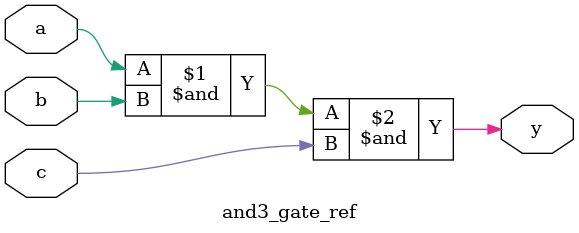
<source format=v>
module and3_gate_ref(
        input wire a,
        input wire b,
        input wire c,
        output wire y
    );

    assign y = a & b & c;

endmodule

</source>
